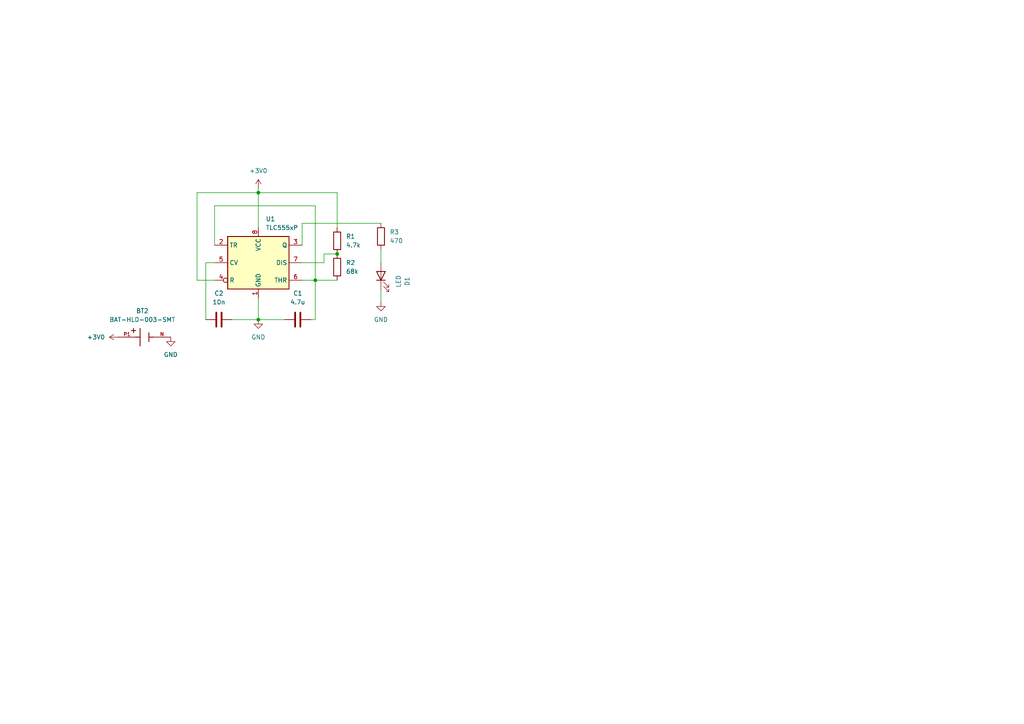
<source format=kicad_sch>
(kicad_sch (version 20250114) (generator "eeschema") (generator_version "9.0")
  (paper "A4")
  (lib_symbols
    (symbol "BAT-HLD-003-SMT:BAT-HLD-003-SMT" (pin_names (offset 1.016))
      (property "Reference" "BT" (at -3.81 3.81 0))
      (property "Value" "BAT-HLD-003-SMT" (at -3.81 -5.08 0))
      (symbol "BAT-HLD-003-SMT_0_0"
        (polyline (pts (xy -3.81 1.905) (xy -2.54 1.905)) (stroke (width 0.254)))
        (polyline (pts (xy -3.175 2.54) (xy -3.175 1.27)) (stroke (width 0.254)))
        (polyline (pts (xy -1.27 2.54) (xy -1.27 0)) (stroke (width 0.254)))
        (polyline (pts (xy -1.27 0) (xy -2.54 0)) (stroke (width 0.254)))
        (polyline (pts (xy -1.27 0) (xy -1.27 -2.54)) (stroke (width 0.254)))
        (polyline (pts (xy 1.27 1.27) (xy 1.27 0)) (stroke (width 0.254)))
        (polyline (pts (xy 1.27 0) (xy 1.27 -1.27)) (stroke (width 0.254)))
        (polyline (pts (xy 1.27 0) (xy 2.54 0)) (stroke (width 0.254)))
        (pin passive line (at -7.62 0 0) (length 5.08) (name "~") (number "P1"))
        (pin passive line (at -7.62 0 0) (length 5.08) (hide yes) (name "~") (number "P2"))
        (pin passive line (at 7.62 0 180) (length 5.08) (name "~") (number "N"))
      )
    )
    (symbol "Device:C" (pin_numbers (hide yes)) (pin_names (offset 0.254))
      (property "Reference" "C" (at 0.635 2.54 0))
      (property "Value" "C" (at 0.635 -2.54 0))
      (symbol "C_0_1"
        (polyline (pts (xy -2.032 0.762) (xy 2.032 0.762)) (stroke (width 0.508)))
        (polyline (pts (xy -2.032 -0.762) (xy 2.032 -0.762)) (stroke (width 0.508)))
      )
      (symbol "C_1_1"
        (pin passive line (at 0 3.81 270) (length 2.794) (name "~") (number "1"))
        (pin passive line (at 0 -3.81 90) (length 2.794) (name "~") (number "2"))
      )
    )
    (symbol "Device:LED" (pin_numbers (hide yes)) (pin_names (offset 1.016) (hide yes))
      (property "Reference" "D" (at 0 2.54 0))
      (property "Value" "LED" (at 0 -2.54 0))
      (symbol "LED_0_1"
        (polyline (pts (xy -3.048 -0.762) (xy -4.572 -2.286) (xy -3.81 -2.286) (xy -4.572 -2.286) (xy -4.572 -1.524)))
        (polyline (pts (xy -1.778 -0.762) (xy -3.302 -2.286) (xy -2.54 -2.286) (xy -3.302 -2.286) (xy -3.302 -1.524)))
        (polyline (pts (xy -1.27 0) (xy 1.27 0)))
        (polyline (pts (xy -1.27 -1.27) (xy -1.27 1.27)) (stroke (width 0.254)))
        (polyline (pts (xy 1.27 -1.27) (xy 1.27 1.27) (xy -1.27 0) (xy 1.27 -1.27)) (stroke (width 0.254)))
      )
      (symbol "LED_1_1"
        (pin passive line (at -3.81 0 0) (length 2.54) (name "K") (number "1"))
        (pin passive line (at 3.81 0 180) (length 2.54) (name "A") (number "2"))
      )
    )
    (symbol "Device:R" (pin_numbers (hide yes)) (pin_names (offset 0))
      (property "Reference" "R" (at 2.032 0 90))
      (property "Value" "R" (at 0 0 90))
      (symbol "R_0_1"
        (rectangle (start -1.016 -2.54) (end 1.016 2.54) (stroke (width 0.254)))
      )
      (symbol "R_1_1"
        (pin passive line (at 0 3.81 270) (length 1.27) (name "~") (number "1"))
        (pin passive line (at 0 -3.81 90) (length 1.27) (name "~") (number "2"))
      )
    )
    (symbol "Timer:TLC555xP"
      (property "Reference" "U" (at -10.16 8.89 0))
      (property "Value" "TLC555xP" (at 2.54 8.89 0))
      (symbol "TLC555xP_0_0"
        (pin power_in line (at 0 10.16 270) (length 2.54) (name "VCC") (number "8"))
        (pin power_in line (at 0 -10.16 90) (length 2.54) (name "GND") (number "1"))
      )
      (symbol "TLC555xP_0_1"
        (rectangle (start -8.89 -7.62) (end 8.89 7.62) (stroke (width 0.254)) (fill (type background)))
        (rectangle (start -8.89 -7.62) (end 8.89 7.62) (stroke (width 0.254)) (fill (type background)))
      )
      (symbol "TLC555xP_1_1"
        (pin input line (at -12.7 5.08 0) (length 3.81) (name "TR") (number "2"))
        (pin input line (at -12.7 0 0) (length 3.81) (name "CV") (number "5"))
        (pin input inverted (at -12.7 -5.08 0) (length 3.81) (name "R") (number "4"))
        (pin output line (at 12.7 5.08 180) (length 3.81) (name "Q") (number "3"))
        (pin input line (at 12.7 0 180) (length 3.81) (name "DIS") (number "7"))
        (pin input line (at 12.7 -5.08 180) (length 3.81) (name "THR") (number "6"))
      )
    )
    (symbol "power:+3V0" (power) (pin_numbers (hide yes)) (pin_names (offset 0) (hide yes))
      (property "Value" "+3V0" (at 0 3.556 0))
      (symbol "+3V0_0_1"
        (polyline (pts (xy -0.762 1.27) (xy 0 2.54)))
        (polyline (pts (xy 0 2.54) (xy 0.762 1.27)))
        (polyline (pts (xy 0 0) (xy 0 2.54)))
      )
      (symbol "+3V0_1_1"
        (pin power_in line (at 0 0 90) (length 0) (name "~") (number "1"))
      )
    )
    (symbol "power:GND" (power) (pin_numbers (hide yes)) (pin_names (offset 0) (hide yes))
      (property "Value" "GND" (at 0 -3.81 0))
      (symbol "GND_0_1"
        (polyline (pts (xy 0 0) (xy 0 -1.27) (xy 1.27 -1.27) (xy 0 -2.54) (xy -1.27 -1.27) (xy 0 -1.27)))
      )
      (symbol "GND_1_1"
        (pin power_in line (at 0 0 270) (length 0) (name "~") (number "1"))
      )
    )
  )
  (junction (at 91.44 81.28))
  (junction (at 74.93 55.88))
  (junction (at 97.79 73.66))
  (junction (at 74.93 92.71))
  (wire (pts (xy 91.44 59.69) (xy 91.44 81.28)))
  (wire (pts (xy 62.23 59.69) (xy 91.44 59.69)))
  (wire (pts (xy 90.17 92.71) (xy 91.44 92.71)))
  (wire (pts (xy 57.15 55.88) (xy 57.15 81.28)))
  (wire (pts (xy 74.93 55.88) (xy 57.15 55.88)))
  (wire (pts (xy 87.63 76.2) (xy 93.98 76.2)))
  (wire (pts (xy 97.79 66.04) (xy 97.79 55.88)))
  (wire (pts (xy 59.69 76.2) (xy 62.23 76.2)))
  (wire (pts (xy 91.44 81.28) (xy 87.63 81.28)))
  (wire (pts (xy 59.69 92.71) (xy 59.69 76.2)))
  (wire (pts (xy 74.93 54.61) (xy 74.93 55.88)))
  (wire (pts (xy 91.44 81.28) (xy 97.79 81.28)))
  (wire (pts (xy 87.63 64.77) (xy 110.49 64.77)))
  (wire (pts (xy 74.93 55.88) (xy 74.93 66.04)))
  (wire (pts (xy 57.15 81.28) (xy 62.23 81.28)))
  (wire (pts (xy 110.49 83.82) (xy 110.49 87.63)))
  (wire (pts (xy 87.63 71.12) (xy 87.63 64.77)))
  (wire (pts (xy 74.93 92.71) (xy 82.55 92.71)))
  (wire (pts (xy 93.98 73.66) (xy 97.79 73.66)))
  (wire (pts (xy 74.93 86.36) (xy 74.93 92.71)))
  (wire (pts (xy 91.44 81.28) (xy 91.44 92.71)))
  (wire (pts (xy 110.49 72.39) (xy 110.49 76.2)))
  (wire (pts (xy 93.98 76.2) (xy 93.98 73.66)))
  (wire (pts (xy 97.79 55.88) (xy 74.93 55.88)))
  (wire (pts (xy 62.23 71.12) (xy 62.23 59.69)))
  (wire (pts (xy 67.31 92.71) (xy 74.93 92.71)))
  (symbol (lib_id "power:GND") (at 74.93 92.71 0) (unit 1)
    (property "Reference" "#PWR02" (effects (hide yes)))
    (property "Value" "GND" (at 74.93 97.79 0))
    (property "Description" "Power symbol creates a global label with name \"GND\" , ground" (effects (hide yes)))
  )
  (symbol (lib_id "power:+3V0") (at 74.93 54.61 0) (unit 1)
    (property "Reference" "#PWR01" (effects (hide yes)))
    (property "Value" "+3V0" (at 74.93 49.53 0))
    (property "Description" "Power symbol creates a global label with name \"+3V0\"" (effects (hide yes)))
  )
  (symbol (lib_id "power:GND") (at 110.49 87.63 0) (unit 1)
    (property "Reference" "#PWR03" (effects (hide yes)))
    (property "Value" "GND" (at 110.49 92.71 0))
    (property "Description" "Power symbol creates a global label with name \"GND\" , ground" (effects (hide yes)))
  )
  (symbol (lib_id "Timer:TLC555xP") (at 74.93 76.2 0) (unit 1)
    (property "Reference" "U1" (at 77.0733 63.5 0) (effects (justify left)))
    (property "Value" "TLC555xP" (at 77.0733 66.04 0) (effects (justify left)))
    (property "Footprint" "Package_DIP:DIP-8_W7.62mm" (effects (hide yes)))
    (property "Datasheet" "http://www.ti.com/lit/ds/symlink/tlc555.pdf" (effects (hide yes)))
    (property "Description" "Single LinCMOS Timer, 555 compatible, PDIP-8" (effects (hide yes)))
  )
  (symbol (lib_id "Device:C") (at 86.36 92.71 90) (unit 1)
    (property "Reference" "C1" (at 86.36 85.09 90))
    (property "Value" "4.7u" (at 86.36 87.63 90))
    (property "Footprint" "Capacitor_THT:C_Disc_D6.0mm_W4.4mm_P5.00mm" (effects (hide yes)))
    (property "Description" "Unpolarized capacitor" (effects (hide yes)))
  )
  (symbol (lib_id "power:+3V0") (at 34.29 97.79 90) (unit 1)
    (property "Reference" "#PWR05" (effects (hide yes)))
    (property "Value" "+3V0" (at 30.48 97.7899 90) (effects (justify left)))
    (property "Description" "Power symbol creates a global label with name \"+3V0\"" (effects (hide yes)))
  )
  (symbol (lib_id "Device:C") (at 63.5 92.71 90) (unit 1)
    (property "Reference" "C2" (at 63.5 85.09 90))
    (property "Value" "10n" (at 63.5 87.63 90))
    (property "Footprint" "Capacitor_THT:C_Disc_D6.0mm_W4.4mm_P5.00mm" (effects (hide yes)))
    (property "Description" "Unpolarized capacitor" (effects (hide yes)))
  )
  (symbol (lib_id "Device:LED") (at 110.49 80.01 90) (unit 1)
    (property "Reference" "D1" (at 118.11 81.5975 0))
    (property "Value" "LED" (at 115.57 81.5975 0))
    (property "Footprint" "LED_THT:LED_D1.8mm_W3.3mm_H2.4mm" (effects (hide yes)))
    (property "Description" "Light emitting diode" (effects (hide yes)))
    (property "Sim.Pins" "1=K 2=A" (effects (hide yes)))
  )
  (symbol (lib_id "BAT-HLD-003-SMT:BAT-HLD-003-SMT") (at 41.91 97.79 0) (unit 1)
    (property "Reference" "BT2" (at 41.275 90.17 0))
    (property "Value" "BAT-HLD-003-SMT" (at 41.275 92.71 0))
    (property "Footprint" "BAT-HLD-003-SMT:BAT_BAT-HLD-003-SMT" (effects (hide yes)))
    (property "DigiKey_Part_Number" "343-BAT-HLD-003-SMT-ND" (effects (hide yes)))
    (property "SnapEDA_Link" "https://www.snapeda.com/parts/BAT-HLD-003-SMT/TE+Connectivity/view-part/?ref=snap" (effects (hide yes)))
    (property "Check_prices" "https://www.snapeda.com/parts/BAT-HLD-003-SMT/TE+Connectivity/view-part/?ref=eda" (effects (hide yes)))
    (property "Package" "None" (effects (hide yes)))
    (property "Price" "None" (effects (hide yes)))
    (property "MF" "TE Connectivity" (effects (hide yes)))
    (property "MP" "BAT-HLD-003-SMT" (effects (hide yes)))
    (property "Purchase-URL" "https://www.snapeda.com/api/url_track_click_mouser/?unipart_id=6393643&manufacturer=Linx Technologies Inc.&part_name=BAT-HLD-003-SMT&search_term=None" (effects (hide yes)))
    (property "Availability" "In Stock" (effects (hide yes)))
    (property "Description_1" "Battery Holder Coin 20 SMT Nickel" (effects (hide yes)))
  )
  (symbol (lib_id "Device:R") (at 110.49 68.58 180) (unit 1)
    (property "Reference" "R3" (at 113.03 67.3099 0) (effects (justify right)))
    (property "Value" "470" (at 113.03 69.8499 0) (effects (justify right)))
    (property "Footprint" "Resistor_THT:R_Axial_DIN0207_L6.3mm_D2.5mm_P7.62mm_Horizontal" (effects (hide yes)))
    (property "Description" "Resistor" (effects (hide yes)))
  )
  (symbol (lib_id "Device:R") (at 97.79 69.85 0) (unit 1)
    (property "Reference" "R1" (at 100.33 68.5799 0) (effects (justify left)))
    (property "Value" "4.7k" (at 100.33 71.1199 0) (effects (justify left)))
    (property "Footprint" "Resistor_THT:R_Axial_DIN0207_L6.3mm_D2.5mm_P7.62mm_Horizontal" (effects (hide yes)))
    (property "Description" "Resistor" (effects (hide yes)))
  )
  (symbol (lib_id "Device:R") (at 97.79 77.47 0) (unit 1)
    (property "Reference" "R2" (at 100.33 76.1999 0) (effects (justify left)))
    (property "Value" "68k" (at 100.33 78.7399 0) (effects (justify left)))
    (property "Footprint" "Resistor_THT:R_Axial_DIN0207_L6.3mm_D2.5mm_P7.62mm_Horizontal" (effects (hide yes)))
    (property "Description" "Resistor" (effects (hide yes)))
  )
  (symbol (lib_id "power:GND") (at 49.53 97.79 0) (unit 1)
    (property "Reference" "#PWR04" (effects (hide yes)))
    (property "Value" "GND" (at 49.53 102.87 0))
    (property "Description" "Power symbol creates a global label with name \"GND\" , ground" (effects (hide yes)))
  )
)
</source>
